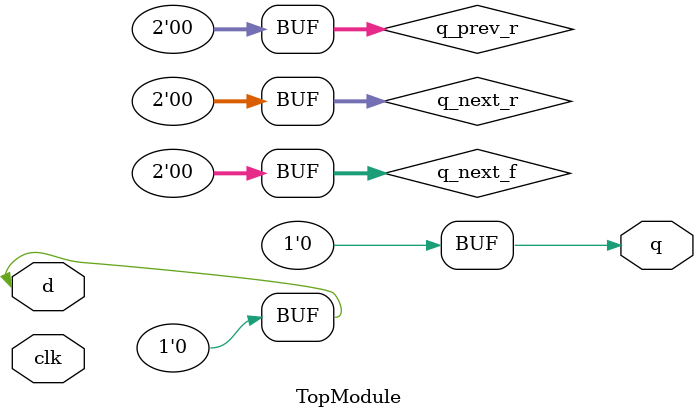
<source format=sv>

module TopModule (
  input clk,
  input d,
  output reg q
);

reg [1:0] q_next_r;
reg [1:0] q_prev_r;

reg [1:0] q_next_f;
reg [1:0] q_prev_f;

assign q_next_r[0] = d;
assign q_next_r[1] = q;

assign q_prev_r[0] = d;
assign q_prev_r[1] = q;

reg [1:0] q_next_f;
reg [1:0] q_prev_f;

always @(posedge clk) begin
    if (q != q_prev_r) begin // check for change in q on rising edge
        q <= q_next_r;
        q_prev_r <= q;
    end
end

always @(negedge clk) begin
    if (q != q_prev_f) begin // check for change in q on falling edge
        q <= q_next_f;
        q_prev_f <= q;
    end
end

assign q_next_f[0] = d;
assign q_next_f[1] = q;

reg [1:0] q_prev_f;

always @(posedge clk) begin
    if (q != q_prev_f) begin // check for change in q on falling edge
        q <= q_next_f;
        q_prev_f <= q;
    end
end

assign q_prev_r = q;

endmodule

// VERILOG-EVAL: errant inclusion of module definition

</source>
